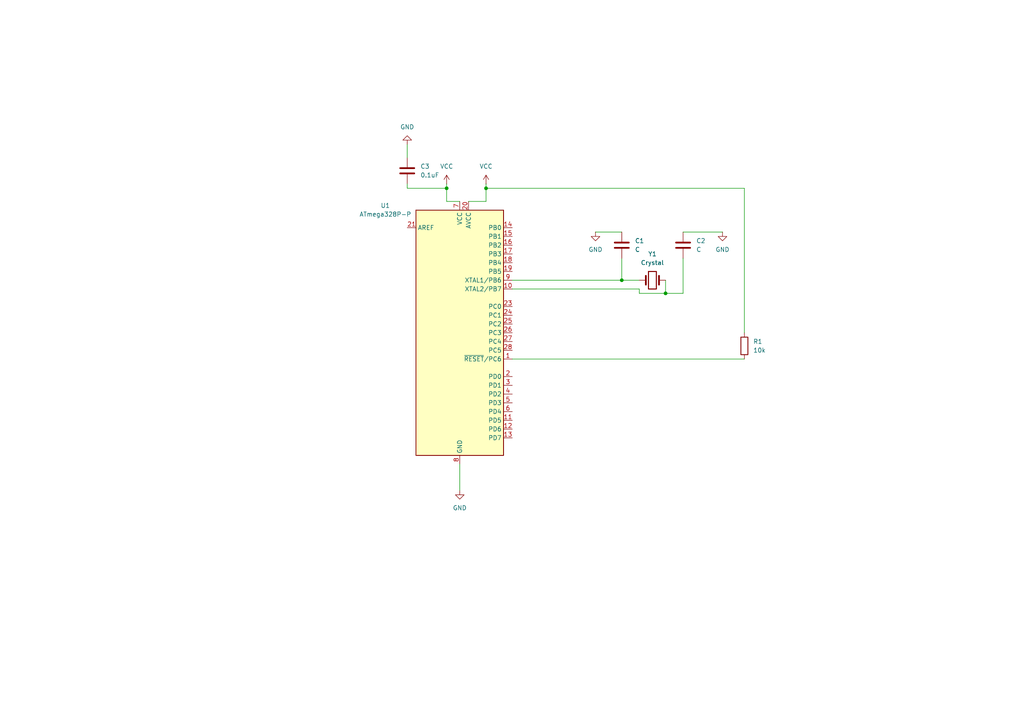
<source format=kicad_sch>
(kicad_sch
	(version 20250114)
	(generator "eeschema")
	(generator_version "9.0")
	(uuid "1ec59637-6bbb-41d3-b1b5-17e3d51e7a06")
	(paper "A4")
	(lib_symbols
		(symbol "Device:C"
			(pin_numbers
				(hide yes)
			)
			(pin_names
				(offset 0.254)
			)
			(exclude_from_sim no)
			(in_bom yes)
			(on_board yes)
			(property "Reference" "C"
				(at 0.635 2.54 0)
				(effects
					(font
						(size 1.27 1.27)
					)
					(justify left)
				)
			)
			(property "Value" "C"
				(at 0.635 -2.54 0)
				(effects
					(font
						(size 1.27 1.27)
					)
					(justify left)
				)
			)
			(property "Footprint" ""
				(at 0.9652 -3.81 0)
				(effects
					(font
						(size 1.27 1.27)
					)
					(hide yes)
				)
			)
			(property "Datasheet" "~"
				(at 0 0 0)
				(effects
					(font
						(size 1.27 1.27)
					)
					(hide yes)
				)
			)
			(property "Description" "Unpolarized capacitor"
				(at 0 0 0)
				(effects
					(font
						(size 1.27 1.27)
					)
					(hide yes)
				)
			)
			(property "ki_keywords" "cap capacitor"
				(at 0 0 0)
				(effects
					(font
						(size 1.27 1.27)
					)
					(hide yes)
				)
			)
			(property "ki_fp_filters" "C_*"
				(at 0 0 0)
				(effects
					(font
						(size 1.27 1.27)
					)
					(hide yes)
				)
			)
			(symbol "C_0_1"
				(polyline
					(pts
						(xy -2.032 0.762) (xy 2.032 0.762)
					)
					(stroke
						(width 0.508)
						(type default)
					)
					(fill
						(type none)
					)
				)
				(polyline
					(pts
						(xy -2.032 -0.762) (xy 2.032 -0.762)
					)
					(stroke
						(width 0.508)
						(type default)
					)
					(fill
						(type none)
					)
				)
			)
			(symbol "C_1_1"
				(pin passive line
					(at 0 3.81 270)
					(length 2.794)
					(name "~"
						(effects
							(font
								(size 1.27 1.27)
							)
						)
					)
					(number "1"
						(effects
							(font
								(size 1.27 1.27)
							)
						)
					)
				)
				(pin passive line
					(at 0 -3.81 90)
					(length 2.794)
					(name "~"
						(effects
							(font
								(size 1.27 1.27)
							)
						)
					)
					(number "2"
						(effects
							(font
								(size 1.27 1.27)
							)
						)
					)
				)
			)
			(embedded_fonts no)
		)
		(symbol "Device:Crystal"
			(pin_numbers
				(hide yes)
			)
			(pin_names
				(offset 1.016)
				(hide yes)
			)
			(exclude_from_sim no)
			(in_bom yes)
			(on_board yes)
			(property "Reference" "Y"
				(at 0 3.81 0)
				(effects
					(font
						(size 1.27 1.27)
					)
				)
			)
			(property "Value" "Crystal"
				(at 0 -3.81 0)
				(effects
					(font
						(size 1.27 1.27)
					)
				)
			)
			(property "Footprint" ""
				(at 0 0 0)
				(effects
					(font
						(size 1.27 1.27)
					)
					(hide yes)
				)
			)
			(property "Datasheet" "~"
				(at 0 0 0)
				(effects
					(font
						(size 1.27 1.27)
					)
					(hide yes)
				)
			)
			(property "Description" "Two pin crystal"
				(at 0 0 0)
				(effects
					(font
						(size 1.27 1.27)
					)
					(hide yes)
				)
			)
			(property "ki_keywords" "quartz ceramic resonator oscillator"
				(at 0 0 0)
				(effects
					(font
						(size 1.27 1.27)
					)
					(hide yes)
				)
			)
			(property "ki_fp_filters" "Crystal*"
				(at 0 0 0)
				(effects
					(font
						(size 1.27 1.27)
					)
					(hide yes)
				)
			)
			(symbol "Crystal_0_1"
				(polyline
					(pts
						(xy -2.54 0) (xy -1.905 0)
					)
					(stroke
						(width 0)
						(type default)
					)
					(fill
						(type none)
					)
				)
				(polyline
					(pts
						(xy -1.905 -1.27) (xy -1.905 1.27)
					)
					(stroke
						(width 0.508)
						(type default)
					)
					(fill
						(type none)
					)
				)
				(rectangle
					(start -1.143 2.54)
					(end 1.143 -2.54)
					(stroke
						(width 0.3048)
						(type default)
					)
					(fill
						(type none)
					)
				)
				(polyline
					(pts
						(xy 1.905 -1.27) (xy 1.905 1.27)
					)
					(stroke
						(width 0.508)
						(type default)
					)
					(fill
						(type none)
					)
				)
				(polyline
					(pts
						(xy 2.54 0) (xy 1.905 0)
					)
					(stroke
						(width 0)
						(type default)
					)
					(fill
						(type none)
					)
				)
			)
			(symbol "Crystal_1_1"
				(pin passive line
					(at -3.81 0 0)
					(length 1.27)
					(name "1"
						(effects
							(font
								(size 1.27 1.27)
							)
						)
					)
					(number "1"
						(effects
							(font
								(size 1.27 1.27)
							)
						)
					)
				)
				(pin passive line
					(at 3.81 0 180)
					(length 1.27)
					(name "2"
						(effects
							(font
								(size 1.27 1.27)
							)
						)
					)
					(number "2"
						(effects
							(font
								(size 1.27 1.27)
							)
						)
					)
				)
			)
			(embedded_fonts no)
		)
		(symbol "Device:R"
			(pin_numbers
				(hide yes)
			)
			(pin_names
				(offset 0)
			)
			(exclude_from_sim no)
			(in_bom yes)
			(on_board yes)
			(property "Reference" "R"
				(at 2.032 0 90)
				(effects
					(font
						(size 1.27 1.27)
					)
				)
			)
			(property "Value" "R"
				(at 0 0 90)
				(effects
					(font
						(size 1.27 1.27)
					)
				)
			)
			(property "Footprint" ""
				(at -1.778 0 90)
				(effects
					(font
						(size 1.27 1.27)
					)
					(hide yes)
				)
			)
			(property "Datasheet" "~"
				(at 0 0 0)
				(effects
					(font
						(size 1.27 1.27)
					)
					(hide yes)
				)
			)
			(property "Description" "Resistor"
				(at 0 0 0)
				(effects
					(font
						(size 1.27 1.27)
					)
					(hide yes)
				)
			)
			(property "ki_keywords" "R res resistor"
				(at 0 0 0)
				(effects
					(font
						(size 1.27 1.27)
					)
					(hide yes)
				)
			)
			(property "ki_fp_filters" "R_*"
				(at 0 0 0)
				(effects
					(font
						(size 1.27 1.27)
					)
					(hide yes)
				)
			)
			(symbol "R_0_1"
				(rectangle
					(start -1.016 -2.54)
					(end 1.016 2.54)
					(stroke
						(width 0.254)
						(type default)
					)
					(fill
						(type none)
					)
				)
			)
			(symbol "R_1_1"
				(pin passive line
					(at 0 3.81 270)
					(length 1.27)
					(name "~"
						(effects
							(font
								(size 1.27 1.27)
							)
						)
					)
					(number "1"
						(effects
							(font
								(size 1.27 1.27)
							)
						)
					)
				)
				(pin passive line
					(at 0 -3.81 90)
					(length 1.27)
					(name "~"
						(effects
							(font
								(size 1.27 1.27)
							)
						)
					)
					(number "2"
						(effects
							(font
								(size 1.27 1.27)
							)
						)
					)
				)
			)
			(embedded_fonts no)
		)
		(symbol "MCU_Microchip_ATmega:ATmega328P-P"
			(exclude_from_sim no)
			(in_bom yes)
			(on_board yes)
			(property "Reference" "U"
				(at -12.7 36.83 0)
				(effects
					(font
						(size 1.27 1.27)
					)
					(justify left bottom)
				)
			)
			(property "Value" "ATmega328P-P"
				(at 2.54 -36.83 0)
				(effects
					(font
						(size 1.27 1.27)
					)
					(justify left top)
				)
			)
			(property "Footprint" "Package_DIP:DIP-28_W7.62mm"
				(at 0 0 0)
				(effects
					(font
						(size 1.27 1.27)
						(italic yes)
					)
					(hide yes)
				)
			)
			(property "Datasheet" "http://ww1.microchip.com/downloads/en/DeviceDoc/ATmega328_P%20AVR%20MCU%20with%20picoPower%20Technology%20Data%20Sheet%2040001984A.pdf"
				(at 0 0 0)
				(effects
					(font
						(size 1.27 1.27)
					)
					(hide yes)
				)
			)
			(property "Description" "20MHz, 32kB Flash, 2kB SRAM, 1kB EEPROM, DIP-28"
				(at 0 0 0)
				(effects
					(font
						(size 1.27 1.27)
					)
					(hide yes)
				)
			)
			(property "ki_keywords" "AVR 8bit Microcontroller MegaAVR PicoPower"
				(at 0 0 0)
				(effects
					(font
						(size 1.27 1.27)
					)
					(hide yes)
				)
			)
			(property "ki_fp_filters" "DIP*W7.62mm*"
				(at 0 0 0)
				(effects
					(font
						(size 1.27 1.27)
					)
					(hide yes)
				)
			)
			(symbol "ATmega328P-P_0_1"
				(rectangle
					(start -12.7 -35.56)
					(end 12.7 35.56)
					(stroke
						(width 0.254)
						(type default)
					)
					(fill
						(type background)
					)
				)
			)
			(symbol "ATmega328P-P_1_1"
				(pin passive line
					(at -15.24 30.48 0)
					(length 2.54)
					(name "AREF"
						(effects
							(font
								(size 1.27 1.27)
							)
						)
					)
					(number "21"
						(effects
							(font
								(size 1.27 1.27)
							)
						)
					)
				)
				(pin power_in line
					(at 0 38.1 270)
					(length 2.54)
					(name "VCC"
						(effects
							(font
								(size 1.27 1.27)
							)
						)
					)
					(number "7"
						(effects
							(font
								(size 1.27 1.27)
							)
						)
					)
				)
				(pin passive line
					(at 0 -38.1 90)
					(length 2.54)
					(hide yes)
					(name "GND"
						(effects
							(font
								(size 1.27 1.27)
							)
						)
					)
					(number "22"
						(effects
							(font
								(size 1.27 1.27)
							)
						)
					)
				)
				(pin power_in line
					(at 0 -38.1 90)
					(length 2.54)
					(name "GND"
						(effects
							(font
								(size 1.27 1.27)
							)
						)
					)
					(number "8"
						(effects
							(font
								(size 1.27 1.27)
							)
						)
					)
				)
				(pin power_in line
					(at 2.54 38.1 270)
					(length 2.54)
					(name "AVCC"
						(effects
							(font
								(size 1.27 1.27)
							)
						)
					)
					(number "20"
						(effects
							(font
								(size 1.27 1.27)
							)
						)
					)
				)
				(pin bidirectional line
					(at 15.24 30.48 180)
					(length 2.54)
					(name "PB0"
						(effects
							(font
								(size 1.27 1.27)
							)
						)
					)
					(number "14"
						(effects
							(font
								(size 1.27 1.27)
							)
						)
					)
				)
				(pin bidirectional line
					(at 15.24 27.94 180)
					(length 2.54)
					(name "PB1"
						(effects
							(font
								(size 1.27 1.27)
							)
						)
					)
					(number "15"
						(effects
							(font
								(size 1.27 1.27)
							)
						)
					)
				)
				(pin bidirectional line
					(at 15.24 25.4 180)
					(length 2.54)
					(name "PB2"
						(effects
							(font
								(size 1.27 1.27)
							)
						)
					)
					(number "16"
						(effects
							(font
								(size 1.27 1.27)
							)
						)
					)
				)
				(pin bidirectional line
					(at 15.24 22.86 180)
					(length 2.54)
					(name "PB3"
						(effects
							(font
								(size 1.27 1.27)
							)
						)
					)
					(number "17"
						(effects
							(font
								(size 1.27 1.27)
							)
						)
					)
				)
				(pin bidirectional line
					(at 15.24 20.32 180)
					(length 2.54)
					(name "PB4"
						(effects
							(font
								(size 1.27 1.27)
							)
						)
					)
					(number "18"
						(effects
							(font
								(size 1.27 1.27)
							)
						)
					)
				)
				(pin bidirectional line
					(at 15.24 17.78 180)
					(length 2.54)
					(name "PB5"
						(effects
							(font
								(size 1.27 1.27)
							)
						)
					)
					(number "19"
						(effects
							(font
								(size 1.27 1.27)
							)
						)
					)
				)
				(pin bidirectional line
					(at 15.24 15.24 180)
					(length 2.54)
					(name "XTAL1/PB6"
						(effects
							(font
								(size 1.27 1.27)
							)
						)
					)
					(number "9"
						(effects
							(font
								(size 1.27 1.27)
							)
						)
					)
				)
				(pin bidirectional line
					(at 15.24 12.7 180)
					(length 2.54)
					(name "XTAL2/PB7"
						(effects
							(font
								(size 1.27 1.27)
							)
						)
					)
					(number "10"
						(effects
							(font
								(size 1.27 1.27)
							)
						)
					)
				)
				(pin bidirectional line
					(at 15.24 7.62 180)
					(length 2.54)
					(name "PC0"
						(effects
							(font
								(size 1.27 1.27)
							)
						)
					)
					(number "23"
						(effects
							(font
								(size 1.27 1.27)
							)
						)
					)
				)
				(pin bidirectional line
					(at 15.24 5.08 180)
					(length 2.54)
					(name "PC1"
						(effects
							(font
								(size 1.27 1.27)
							)
						)
					)
					(number "24"
						(effects
							(font
								(size 1.27 1.27)
							)
						)
					)
				)
				(pin bidirectional line
					(at 15.24 2.54 180)
					(length 2.54)
					(name "PC2"
						(effects
							(font
								(size 1.27 1.27)
							)
						)
					)
					(number "25"
						(effects
							(font
								(size 1.27 1.27)
							)
						)
					)
				)
				(pin bidirectional line
					(at 15.24 0 180)
					(length 2.54)
					(name "PC3"
						(effects
							(font
								(size 1.27 1.27)
							)
						)
					)
					(number "26"
						(effects
							(font
								(size 1.27 1.27)
							)
						)
					)
				)
				(pin bidirectional line
					(at 15.24 -2.54 180)
					(length 2.54)
					(name "PC4"
						(effects
							(font
								(size 1.27 1.27)
							)
						)
					)
					(number "27"
						(effects
							(font
								(size 1.27 1.27)
							)
						)
					)
				)
				(pin bidirectional line
					(at 15.24 -5.08 180)
					(length 2.54)
					(name "PC5"
						(effects
							(font
								(size 1.27 1.27)
							)
						)
					)
					(number "28"
						(effects
							(font
								(size 1.27 1.27)
							)
						)
					)
				)
				(pin bidirectional line
					(at 15.24 -7.62 180)
					(length 2.54)
					(name "~{RESET}/PC6"
						(effects
							(font
								(size 1.27 1.27)
							)
						)
					)
					(number "1"
						(effects
							(font
								(size 1.27 1.27)
							)
						)
					)
				)
				(pin bidirectional line
					(at 15.24 -12.7 180)
					(length 2.54)
					(name "PD0"
						(effects
							(font
								(size 1.27 1.27)
							)
						)
					)
					(number "2"
						(effects
							(font
								(size 1.27 1.27)
							)
						)
					)
				)
				(pin bidirectional line
					(at 15.24 -15.24 180)
					(length 2.54)
					(name "PD1"
						(effects
							(font
								(size 1.27 1.27)
							)
						)
					)
					(number "3"
						(effects
							(font
								(size 1.27 1.27)
							)
						)
					)
				)
				(pin bidirectional line
					(at 15.24 -17.78 180)
					(length 2.54)
					(name "PD2"
						(effects
							(font
								(size 1.27 1.27)
							)
						)
					)
					(number "4"
						(effects
							(font
								(size 1.27 1.27)
							)
						)
					)
				)
				(pin bidirectional line
					(at 15.24 -20.32 180)
					(length 2.54)
					(name "PD3"
						(effects
							(font
								(size 1.27 1.27)
							)
						)
					)
					(number "5"
						(effects
							(font
								(size 1.27 1.27)
							)
						)
					)
				)
				(pin bidirectional line
					(at 15.24 -22.86 180)
					(length 2.54)
					(name "PD4"
						(effects
							(font
								(size 1.27 1.27)
							)
						)
					)
					(number "6"
						(effects
							(font
								(size 1.27 1.27)
							)
						)
					)
				)
				(pin bidirectional line
					(at 15.24 -25.4 180)
					(length 2.54)
					(name "PD5"
						(effects
							(font
								(size 1.27 1.27)
							)
						)
					)
					(number "11"
						(effects
							(font
								(size 1.27 1.27)
							)
						)
					)
				)
				(pin bidirectional line
					(at 15.24 -27.94 180)
					(length 2.54)
					(name "PD6"
						(effects
							(font
								(size 1.27 1.27)
							)
						)
					)
					(number "12"
						(effects
							(font
								(size 1.27 1.27)
							)
						)
					)
				)
				(pin bidirectional line
					(at 15.24 -30.48 180)
					(length 2.54)
					(name "PD7"
						(effects
							(font
								(size 1.27 1.27)
							)
						)
					)
					(number "13"
						(effects
							(font
								(size 1.27 1.27)
							)
						)
					)
				)
			)
			(embedded_fonts no)
		)
		(symbol "power:GND"
			(power)
			(pin_numbers
				(hide yes)
			)
			(pin_names
				(offset 0)
				(hide yes)
			)
			(exclude_from_sim no)
			(in_bom yes)
			(on_board yes)
			(property "Reference" "#PWR"
				(at 0 -6.35 0)
				(effects
					(font
						(size 1.27 1.27)
					)
					(hide yes)
				)
			)
			(property "Value" "GND"
				(at 0 -3.81 0)
				(effects
					(font
						(size 1.27 1.27)
					)
				)
			)
			(property "Footprint" ""
				(at 0 0 0)
				(effects
					(font
						(size 1.27 1.27)
					)
					(hide yes)
				)
			)
			(property "Datasheet" ""
				(at 0 0 0)
				(effects
					(font
						(size 1.27 1.27)
					)
					(hide yes)
				)
			)
			(property "Description" "Power symbol creates a global label with name \"GND\" , ground"
				(at 0 0 0)
				(effects
					(font
						(size 1.27 1.27)
					)
					(hide yes)
				)
			)
			(property "ki_keywords" "global power"
				(at 0 0 0)
				(effects
					(font
						(size 1.27 1.27)
					)
					(hide yes)
				)
			)
			(symbol "GND_0_1"
				(polyline
					(pts
						(xy 0 0) (xy 0 -1.27) (xy 1.27 -1.27) (xy 0 -2.54) (xy -1.27 -1.27) (xy 0 -1.27)
					)
					(stroke
						(width 0)
						(type default)
					)
					(fill
						(type none)
					)
				)
			)
			(symbol "GND_1_1"
				(pin power_in line
					(at 0 0 270)
					(length 0)
					(name "~"
						(effects
							(font
								(size 1.27 1.27)
							)
						)
					)
					(number "1"
						(effects
							(font
								(size 1.27 1.27)
							)
						)
					)
				)
			)
			(embedded_fonts no)
		)
		(symbol "power:VCC"
			(power)
			(pin_numbers
				(hide yes)
			)
			(pin_names
				(offset 0)
				(hide yes)
			)
			(exclude_from_sim no)
			(in_bom yes)
			(on_board yes)
			(property "Reference" "#PWR"
				(at 0 -3.81 0)
				(effects
					(font
						(size 1.27 1.27)
					)
					(hide yes)
				)
			)
			(property "Value" "VCC"
				(at 0 3.556 0)
				(effects
					(font
						(size 1.27 1.27)
					)
				)
			)
			(property "Footprint" ""
				(at 0 0 0)
				(effects
					(font
						(size 1.27 1.27)
					)
					(hide yes)
				)
			)
			(property "Datasheet" ""
				(at 0 0 0)
				(effects
					(font
						(size 1.27 1.27)
					)
					(hide yes)
				)
			)
			(property "Description" "Power symbol creates a global label with name \"VCC\""
				(at 0 0 0)
				(effects
					(font
						(size 1.27 1.27)
					)
					(hide yes)
				)
			)
			(property "ki_keywords" "global power"
				(at 0 0 0)
				(effects
					(font
						(size 1.27 1.27)
					)
					(hide yes)
				)
			)
			(symbol "VCC_0_1"
				(polyline
					(pts
						(xy -0.762 1.27) (xy 0 2.54)
					)
					(stroke
						(width 0)
						(type default)
					)
					(fill
						(type none)
					)
				)
				(polyline
					(pts
						(xy 0 2.54) (xy 0.762 1.27)
					)
					(stroke
						(width 0)
						(type default)
					)
					(fill
						(type none)
					)
				)
				(polyline
					(pts
						(xy 0 0) (xy 0 2.54)
					)
					(stroke
						(width 0)
						(type default)
					)
					(fill
						(type none)
					)
				)
			)
			(symbol "VCC_1_1"
				(pin power_in line
					(at 0 0 90)
					(length 0)
					(name "~"
						(effects
							(font
								(size 1.27 1.27)
							)
						)
					)
					(number "1"
						(effects
							(font
								(size 1.27 1.27)
							)
						)
					)
				)
			)
			(embedded_fonts no)
		)
	)
	(junction
		(at 129.54 54.61)
		(diameter 0)
		(color 0 0 0 0)
		(uuid "2d9057dd-8168-44a7-993c-6944fecf0bb4")
	)
	(junction
		(at 140.97 54.61)
		(diameter 0)
		(color 0 0 0 0)
		(uuid "91558d57-26c2-4304-8f33-e990ef51bcab")
	)
	(junction
		(at 180.34 81.28)
		(diameter 0)
		(color 0 0 0 0)
		(uuid "b7175be6-d831-49a0-bf24-3815ae82ea0d")
	)
	(junction
		(at 193.04 85.09)
		(diameter 0)
		(color 0 0 0 0)
		(uuid "f2983680-efd3-4af3-aad6-b3b02d803470")
	)
	(wire
		(pts
			(xy 185.42 85.09) (xy 185.42 83.82)
		)
		(stroke
			(width 0)
			(type default)
		)
		(uuid "0adeb934-3080-44d9-8782-c9f17f09ec1d")
	)
	(wire
		(pts
			(xy 129.54 58.42) (xy 133.35 58.42)
		)
		(stroke
			(width 0)
			(type default)
		)
		(uuid "11d8d1d5-67c4-45ec-ae0d-8b300f91741f")
	)
	(wire
		(pts
			(xy 180.34 74.93) (xy 180.34 81.28)
		)
		(stroke
			(width 0)
			(type default)
		)
		(uuid "14acc557-c960-4ed9-a5ab-83d25ae70162")
	)
	(wire
		(pts
			(xy 193.04 81.28) (xy 193.04 85.09)
		)
		(stroke
			(width 0)
			(type default)
		)
		(uuid "2b57b4d7-3b0e-4138-a249-59a96b5b9905")
	)
	(wire
		(pts
			(xy 129.54 54.61) (xy 129.54 58.42)
		)
		(stroke
			(width 0)
			(type default)
		)
		(uuid "31d26703-d6e6-415d-a936-92b84dbd87f3")
	)
	(wire
		(pts
			(xy 198.12 74.93) (xy 198.12 85.09)
		)
		(stroke
			(width 0)
			(type default)
		)
		(uuid "325475a4-7ea3-4a12-b14a-4f3561f49894")
	)
	(wire
		(pts
			(xy 148.59 81.28) (xy 180.34 81.28)
		)
		(stroke
			(width 0)
			(type default)
		)
		(uuid "35540389-dd76-45a1-bc0f-0d1d4bcf0955")
	)
	(wire
		(pts
			(xy 198.12 85.09) (xy 193.04 85.09)
		)
		(stroke
			(width 0)
			(type default)
		)
		(uuid "488f8d05-fda6-43bc-b294-dd1b107ec6b2")
	)
	(wire
		(pts
			(xy 215.9 54.61) (xy 140.97 54.61)
		)
		(stroke
			(width 0)
			(type default)
		)
		(uuid "4e0ca0aa-9114-4a0e-975c-d464bb8e93a8")
	)
	(wire
		(pts
			(xy 215.9 96.52) (xy 215.9 54.61)
		)
		(stroke
			(width 0)
			(type default)
		)
		(uuid "59cad54e-fd50-43c3-9189-3c543612e429")
	)
	(wire
		(pts
			(xy 172.72 67.31) (xy 180.34 67.31)
		)
		(stroke
			(width 0)
			(type default)
		)
		(uuid "6edf685a-d497-4922-89f4-80ea53dab002")
	)
	(wire
		(pts
			(xy 118.11 41.91) (xy 118.11 45.72)
		)
		(stroke
			(width 0)
			(type default)
		)
		(uuid "797ee20c-f865-406c-9794-d4e4788171ee")
	)
	(wire
		(pts
			(xy 198.12 67.31) (xy 209.55 67.31)
		)
		(stroke
			(width 0)
			(type default)
		)
		(uuid "7a6f197f-cb35-4fd5-b3aa-5f4b9c7fb250")
	)
	(wire
		(pts
			(xy 140.97 53.34) (xy 140.97 54.61)
		)
		(stroke
			(width 0)
			(type default)
		)
		(uuid "802631e8-07aa-4849-8f41-844cfdbe998f")
	)
	(wire
		(pts
			(xy 118.11 54.61) (xy 129.54 54.61)
		)
		(stroke
			(width 0)
			(type default)
		)
		(uuid "8c95a7e1-df0b-489f-97cb-f82722f94aab")
	)
	(wire
		(pts
			(xy 129.54 53.34) (xy 129.54 54.61)
		)
		(stroke
			(width 0)
			(type default)
		)
		(uuid "8d346ed6-1357-4153-b56d-cce022c4a1e6")
	)
	(wire
		(pts
			(xy 140.97 54.61) (xy 140.97 58.42)
		)
		(stroke
			(width 0)
			(type default)
		)
		(uuid "8ed961f9-3cad-496a-ac77-d6258fafacac")
	)
	(wire
		(pts
			(xy 133.35 134.62) (xy 133.35 142.24)
		)
		(stroke
			(width 0)
			(type default)
		)
		(uuid "957f0707-16f3-48c0-b314-1b8478c6565c")
	)
	(wire
		(pts
			(xy 193.04 85.09) (xy 185.42 85.09)
		)
		(stroke
			(width 0)
			(type default)
		)
		(uuid "963924e3-2c80-470e-8e48-5a6b9cd65d24")
	)
	(wire
		(pts
			(xy 148.59 104.14) (xy 215.9 104.14)
		)
		(stroke
			(width 0)
			(type default)
		)
		(uuid "a523d65f-65ec-49c5-b540-f76a295ff851")
	)
	(wire
		(pts
			(xy 180.34 81.28) (xy 185.42 81.28)
		)
		(stroke
			(width 0)
			(type default)
		)
		(uuid "b9df1e66-8505-42d1-8216-e5d4b45cfbc5")
	)
	(wire
		(pts
			(xy 135.89 58.42) (xy 140.97 58.42)
		)
		(stroke
			(width 0)
			(type default)
		)
		(uuid "c6414ba3-918c-4513-bb8b-884830bcbec1")
	)
	(wire
		(pts
			(xy 118.11 53.34) (xy 118.11 54.61)
		)
		(stroke
			(width 0)
			(type default)
		)
		(uuid "db61ef44-d181-4a9d-9336-0e1b43786d7e")
	)
	(wire
		(pts
			(xy 148.59 83.82) (xy 185.42 83.82)
		)
		(stroke
			(width 0)
			(type default)
		)
		(uuid "dc0283f7-2fb8-4ad6-aadc-9ce7611ba540")
	)
	(symbol
		(lib_id "power:GND")
		(at 172.72 67.31 0)
		(unit 1)
		(exclude_from_sim no)
		(in_bom yes)
		(on_board yes)
		(dnp no)
		(fields_autoplaced yes)
		(uuid "00bf9fcd-3247-4ec5-92cb-2df274215b53")
		(property "Reference" "#PWR04"
			(at 172.72 73.66 0)
			(effects
				(font
					(size 1.27 1.27)
				)
				(hide yes)
			)
		)
		(property "Value" "GND"
			(at 172.72 72.39 0)
			(effects
				(font
					(size 1.27 1.27)
				)
			)
		)
		(property "Footprint" ""
			(at 172.72 67.31 0)
			(effects
				(font
					(size 1.27 1.27)
				)
				(hide yes)
			)
		)
		(property "Datasheet" ""
			(at 172.72 67.31 0)
			(effects
				(font
					(size 1.27 1.27)
				)
				(hide yes)
			)
		)
		(property "Description" "Power symbol creates a global label with name \"GND\" , ground"
			(at 172.72 67.31 0)
			(effects
				(font
					(size 1.27 1.27)
				)
				(hide yes)
			)
		)
		(pin "1"
			(uuid "6268c5ad-7be4-4991-9925-bca7dd329567")
		)
		(instances
			(project ""
				(path "/1ec59637-6bbb-41d3-b1b5-17e3d51e7a06"
					(reference "#PWR04")
					(unit 1)
				)
			)
		)
	)
	(symbol
		(lib_id "power:VCC")
		(at 140.97 53.34 0)
		(unit 1)
		(exclude_from_sim no)
		(in_bom yes)
		(on_board yes)
		(dnp no)
		(fields_autoplaced yes)
		(uuid "0fd5a1a4-3926-4aa8-8268-ffa9b7def79f")
		(property "Reference" "#PWR03"
			(at 140.97 57.15 0)
			(effects
				(font
					(size 1.27 1.27)
				)
				(hide yes)
			)
		)
		(property "Value" "VCC"
			(at 140.97 48.26 0)
			(effects
				(font
					(size 1.27 1.27)
				)
			)
		)
		(property "Footprint" ""
			(at 140.97 53.34 0)
			(effects
				(font
					(size 1.27 1.27)
				)
				(hide yes)
			)
		)
		(property "Datasheet" ""
			(at 140.97 53.34 0)
			(effects
				(font
					(size 1.27 1.27)
				)
				(hide yes)
			)
		)
		(property "Description" "Power symbol creates a global label with name \"VCC\""
			(at 140.97 53.34 0)
			(effects
				(font
					(size 1.27 1.27)
				)
				(hide yes)
			)
		)
		(pin "1"
			(uuid "6a99074d-0f12-42e4-93ba-8068982d4a1b")
		)
		(instances
			(project ""
				(path "/1ec59637-6bbb-41d3-b1b5-17e3d51e7a06"
					(reference "#PWR03")
					(unit 1)
				)
			)
		)
	)
	(symbol
		(lib_id "Device:C")
		(at 198.12 71.12 0)
		(unit 1)
		(exclude_from_sim no)
		(in_bom yes)
		(on_board yes)
		(dnp no)
		(fields_autoplaced yes)
		(uuid "221eb250-7edf-43b7-93f7-4827bd6cd46b")
		(property "Reference" "C2"
			(at 201.93 69.8499 0)
			(effects
				(font
					(size 1.27 1.27)
				)
				(justify left)
			)
		)
		(property "Value" "C"
			(at 201.93 72.3899 0)
			(effects
				(font
					(size 1.27 1.27)
				)
				(justify left)
			)
		)
		(property "Footprint" "Capacitor_THT:C_Disc_D5.0mm_W2.5mm_P2.50mm"
			(at 199.0852 74.93 0)
			(effects
				(font
					(size 1.27 1.27)
				)
				(hide yes)
			)
		)
		(property "Datasheet" "~"
			(at 198.12 71.12 0)
			(effects
				(font
					(size 1.27 1.27)
				)
				(hide yes)
			)
		)
		(property "Description" "Unpolarized capacitor"
			(at 198.12 71.12 0)
			(effects
				(font
					(size 1.27 1.27)
				)
				(hide yes)
			)
		)
		(pin "1"
			(uuid "73d5c5bd-ea8a-4323-ad79-600c8b68a8c9")
		)
		(pin "2"
			(uuid "7b552454-1586-48c1-bf86-7d5a637a05b8")
		)
		(instances
			(project ""
				(path "/1ec59637-6bbb-41d3-b1b5-17e3d51e7a06"
					(reference "C2")
					(unit 1)
				)
			)
		)
	)
	(symbol
		(lib_id "MCU_Microchip_ATmega:ATmega328P-P")
		(at 133.35 96.52 0)
		(unit 1)
		(exclude_from_sim no)
		(in_bom yes)
		(on_board yes)
		(dnp no)
		(fields_autoplaced yes)
		(uuid "35635469-7862-48f2-a892-66247a83cbdd")
		(property "Reference" "U1"
			(at 111.76 59.6198 0)
			(effects
				(font
					(size 1.27 1.27)
				)
			)
		)
		(property "Value" "ATmega328P-P"
			(at 111.76 62.1598 0)
			(effects
				(font
					(size 1.27 1.27)
				)
			)
		)
		(property "Footprint" "Package_DIP:DIP-28_W7.62mm"
			(at 133.35 96.52 0)
			(effects
				(font
					(size 1.27 1.27)
					(italic yes)
				)
				(hide yes)
			)
		)
		(property "Datasheet" "http://ww1.microchip.com/downloads/en/DeviceDoc/ATmega328_P%20AVR%20MCU%20with%20picoPower%20Technology%20Data%20Sheet%2040001984A.pdf"
			(at 133.35 96.52 0)
			(effects
				(font
					(size 1.27 1.27)
				)
				(hide yes)
			)
		)
		(property "Description" "20MHz, 32kB Flash, 2kB SRAM, 1kB EEPROM, DIP-28"
			(at 133.35 96.52 0)
			(effects
				(font
					(size 1.27 1.27)
				)
				(hide yes)
			)
		)
		(pin "21"
			(uuid "8e9272ee-0d11-4625-bf62-a0f4d1cc6c45")
		)
		(pin "7"
			(uuid "1f2844c4-3cbd-44e7-b48a-61d96aeb65e6")
		)
		(pin "22"
			(uuid "49c9f27d-2561-4ac0-a27f-5e5c67e2166f")
		)
		(pin "8"
			(uuid "63091488-f91f-4212-95ff-efa1808fa835")
		)
		(pin "3"
			(uuid "f37abcc5-900b-41b9-b371-c998576ed0a4")
		)
		(pin "19"
			(uuid "c7b2d264-9fca-4832-a93f-6e0850304194")
		)
		(pin "11"
			(uuid "aa5f4ada-c2e7-4652-a335-12fba919ced2")
		)
		(pin "13"
			(uuid "0accffe9-b1d7-4c9e-af59-1f9a7ee79ea2")
		)
		(pin "18"
			(uuid "7bb9f50f-83fd-48a6-b57b-21ec69453b68")
		)
		(pin "27"
			(uuid "fac24824-87b8-46e6-9c29-70a78858855a")
		)
		(pin "6"
			(uuid "3d281200-efc1-49bd-b04c-85db74d9ccab")
		)
		(pin "20"
			(uuid "cdb121e8-5a1e-4604-b502-4205f298dd13")
		)
		(pin "9"
			(uuid "6487b9a1-9453-4c73-9341-94982257c433")
		)
		(pin "24"
			(uuid "11e52da6-a514-44c1-8867-b519f9f896e7")
		)
		(pin "26"
			(uuid "e6a62597-a593-416c-b82b-ad503ed00790")
		)
		(pin "17"
			(uuid "342179a8-8473-44cf-94fb-8f947d95ff01")
		)
		(pin "16"
			(uuid "429571b1-b03c-4565-8f53-0e03064ad405")
		)
		(pin "10"
			(uuid "d62241c9-fbab-470d-8b2d-ebf4810895fd")
		)
		(pin "14"
			(uuid "3c25deaa-3437-482e-98d0-4579a3713d91")
		)
		(pin "25"
			(uuid "4450b6d5-42f1-42e7-862c-d85f3590e0f6")
		)
		(pin "15"
			(uuid "d7286ec5-e106-4775-857e-1b3be4ffa828")
		)
		(pin "28"
			(uuid "38b53c3d-47cf-4ac3-b63f-fb2ad58148b1")
		)
		(pin "1"
			(uuid "b6c3ed0d-f158-4daf-81e6-f58e96755a69")
		)
		(pin "23"
			(uuid "3b28ea65-5d48-4c9f-9f74-0eca908a6415")
		)
		(pin "2"
			(uuid "fc171bbc-79a6-47f0-9714-ee1741032fa9")
		)
		(pin "4"
			(uuid "b29da739-bff4-4bc2-aa86-f214869e610d")
		)
		(pin "5"
			(uuid "c7f12a92-cd9b-4eef-9fe5-9a91368a55ba")
		)
		(pin "12"
			(uuid "8ebe211b-5ef5-457f-97bf-3e731c33ce16")
		)
		(instances
			(project ""
				(path "/1ec59637-6bbb-41d3-b1b5-17e3d51e7a06"
					(reference "U1")
					(unit 1)
				)
			)
		)
	)
	(symbol
		(lib_id "power:VCC")
		(at 129.54 53.34 0)
		(unit 1)
		(exclude_from_sim no)
		(in_bom yes)
		(on_board yes)
		(dnp no)
		(fields_autoplaced yes)
		(uuid "7be8a472-9709-4a6b-a3e9-21c5bbf03ef4")
		(property "Reference" "#PWR01"
			(at 129.54 57.15 0)
			(effects
				(font
					(size 1.27 1.27)
				)
				(hide yes)
			)
		)
		(property "Value" "VCC"
			(at 129.54 48.26 0)
			(effects
				(font
					(size 1.27 1.27)
				)
			)
		)
		(property "Footprint" ""
			(at 129.54 53.34 0)
			(effects
				(font
					(size 1.27 1.27)
				)
				(hide yes)
			)
		)
		(property "Datasheet" ""
			(at 129.54 53.34 0)
			(effects
				(font
					(size 1.27 1.27)
				)
				(hide yes)
			)
		)
		(property "Description" "Power symbol creates a global label with name \"VCC\""
			(at 129.54 53.34 0)
			(effects
				(font
					(size 1.27 1.27)
				)
				(hide yes)
			)
		)
		(pin "1"
			(uuid "6b0b37fd-d14e-4569-a999-4773c0d135ed")
		)
		(instances
			(project ""
				(path "/1ec59637-6bbb-41d3-b1b5-17e3d51e7a06"
					(reference "#PWR01")
					(unit 1)
				)
			)
		)
	)
	(symbol
		(lib_id "Device:R")
		(at 215.9 100.33 0)
		(unit 1)
		(exclude_from_sim no)
		(in_bom yes)
		(on_board yes)
		(dnp no)
		(fields_autoplaced yes)
		(uuid "8bb50f11-81a0-4c61-be71-7ee2142c37d6")
		(property "Reference" "R1"
			(at 218.44 99.0599 0)
			(effects
				(font
					(size 1.27 1.27)
				)
				(justify left)
			)
		)
		(property "Value" "10k"
			(at 218.44 101.5999 0)
			(effects
				(font
					(size 1.27 1.27)
				)
				(justify left)
			)
		)
		(property "Footprint" "Resistor_THT:R_Axial_DIN0207_L6.3mm_D2.5mm_P7.62mm_Horizontal"
			(at 214.122 100.33 90)
			(effects
				(font
					(size 1.27 1.27)
				)
				(hide yes)
			)
		)
		(property "Datasheet" "~"
			(at 215.9 100.33 0)
			(effects
				(font
					(size 1.27 1.27)
				)
				(hide yes)
			)
		)
		(property "Description" "Resistor"
			(at 215.9 100.33 0)
			(effects
				(font
					(size 1.27 1.27)
				)
				(hide yes)
			)
		)
		(pin "1"
			(uuid "c001ce61-35f7-4221-88d9-e76915c70d02")
		)
		(pin "2"
			(uuid "3acf1a7c-4018-4c45-bdc3-d4adbc4f977a")
		)
		(instances
			(project ""
				(path "/1ec59637-6bbb-41d3-b1b5-17e3d51e7a06"
					(reference "R1")
					(unit 1)
				)
			)
		)
	)
	(symbol
		(lib_id "Device:C")
		(at 180.34 71.12 0)
		(unit 1)
		(exclude_from_sim no)
		(in_bom yes)
		(on_board yes)
		(dnp no)
		(fields_autoplaced yes)
		(uuid "8f2b7177-2681-453e-b55e-fb8b6f0852aa")
		(property "Reference" "C1"
			(at 184.15 69.8499 0)
			(effects
				(font
					(size 1.27 1.27)
				)
				(justify left)
			)
		)
		(property "Value" "C"
			(at 184.15 72.3899 0)
			(effects
				(font
					(size 1.27 1.27)
				)
				(justify left)
			)
		)
		(property "Footprint" "Capacitor_THT:C_Disc_D5.0mm_W2.5mm_P2.50mm"
			(at 181.3052 74.93 0)
			(effects
				(font
					(size 1.27 1.27)
				)
				(hide yes)
			)
		)
		(property "Datasheet" "~"
			(at 180.34 71.12 0)
			(effects
				(font
					(size 1.27 1.27)
				)
				(hide yes)
			)
		)
		(property "Description" "Unpolarized capacitor"
			(at 180.34 71.12 0)
			(effects
				(font
					(size 1.27 1.27)
				)
				(hide yes)
			)
		)
		(pin "2"
			(uuid "c40bc0d4-055f-4bdf-891a-0433a879fa6a")
		)
		(pin "1"
			(uuid "bd45cf6c-d377-4a1f-a16d-9e40d28f9cac")
		)
		(instances
			(project ""
				(path "/1ec59637-6bbb-41d3-b1b5-17e3d51e7a06"
					(reference "C1")
					(unit 1)
				)
			)
		)
	)
	(symbol
		(lib_id "power:GND")
		(at 133.35 142.24 0)
		(unit 1)
		(exclude_from_sim no)
		(in_bom yes)
		(on_board yes)
		(dnp no)
		(fields_autoplaced yes)
		(uuid "a5799d97-7104-4e06-a266-903886af2bde")
		(property "Reference" "#PWR02"
			(at 133.35 148.59 0)
			(effects
				(font
					(size 1.27 1.27)
				)
				(hide yes)
			)
		)
		(property "Value" "GND"
			(at 133.35 147.32 0)
			(effects
				(font
					(size 1.27 1.27)
				)
			)
		)
		(property "Footprint" ""
			(at 133.35 142.24 0)
			(effects
				(font
					(size 1.27 1.27)
				)
				(hide yes)
			)
		)
		(property "Datasheet" ""
			(at 133.35 142.24 0)
			(effects
				(font
					(size 1.27 1.27)
				)
				(hide yes)
			)
		)
		(property "Description" "Power symbol creates a global label with name \"GND\" , ground"
			(at 133.35 142.24 0)
			(effects
				(font
					(size 1.27 1.27)
				)
				(hide yes)
			)
		)
		(pin "1"
			(uuid "4bdfb364-456b-4e36-8522-a93983558415")
		)
		(instances
			(project ""
				(path "/1ec59637-6bbb-41d3-b1b5-17e3d51e7a06"
					(reference "#PWR02")
					(unit 1)
				)
			)
		)
	)
	(symbol
		(lib_id "Device:Crystal")
		(at 189.23 81.28 0)
		(unit 1)
		(exclude_from_sim no)
		(in_bom yes)
		(on_board yes)
		(dnp no)
		(fields_autoplaced yes)
		(uuid "b28186f1-eb01-403a-9108-4a72ba79541b")
		(property "Reference" "Y1"
			(at 189.23 73.66 0)
			(effects
				(font
					(size 1.27 1.27)
				)
			)
		)
		(property "Value" "Crystal"
			(at 189.23 76.2 0)
			(effects
				(font
					(size 1.27 1.27)
				)
			)
		)
		(property "Footprint" "Crystal:Crystal_HC49-U_Vertical"
			(at 189.23 81.28 0)
			(effects
				(font
					(size 1.27 1.27)
				)
				(hide yes)
			)
		)
		(property "Datasheet" "~"
			(at 189.23 81.28 0)
			(effects
				(font
					(size 1.27 1.27)
				)
				(hide yes)
			)
		)
		(property "Description" "Two pin crystal"
			(at 189.23 81.28 0)
			(effects
				(font
					(size 1.27 1.27)
				)
				(hide yes)
			)
		)
		(pin "1"
			(uuid "bcda603e-de5e-4dd1-83b3-691f97c45b5d")
		)
		(pin "2"
			(uuid "b6a1b616-9d96-4d79-84b7-093f4043411d")
		)
		(instances
			(project ""
				(path "/1ec59637-6bbb-41d3-b1b5-17e3d51e7a06"
					(reference "Y1")
					(unit 1)
				)
			)
		)
	)
	(symbol
		(lib_id "Device:C")
		(at 118.11 49.53 0)
		(unit 1)
		(exclude_from_sim no)
		(in_bom yes)
		(on_board yes)
		(dnp no)
		(fields_autoplaced yes)
		(uuid "d455b615-bada-41f8-bc6f-47430afafaea")
		(property "Reference" "C3"
			(at 121.92 48.2599 0)
			(effects
				(font
					(size 1.27 1.27)
				)
				(justify left)
			)
		)
		(property "Value" "0.1uF"
			(at 121.92 50.7999 0)
			(effects
				(font
					(size 1.27 1.27)
				)
				(justify left)
			)
		)
		(property "Footprint" "Capacitor_THT:C_Disc_D5.0mm_W2.5mm_P2.50mm"
			(at 119.0752 53.34 0)
			(effects
				(font
					(size 1.27 1.27)
				)
				(hide yes)
			)
		)
		(property "Datasheet" "~"
			(at 118.11 49.53 0)
			(effects
				(font
					(size 1.27 1.27)
				)
				(hide yes)
			)
		)
		(property "Description" "Unpolarized capacitor"
			(at 118.11 49.53 0)
			(effects
				(font
					(size 1.27 1.27)
				)
				(hide yes)
			)
		)
		(pin "1"
			(uuid "020201d2-0ca5-43dd-b74f-37b126182d04")
		)
		(pin "2"
			(uuid "45c65b74-44b8-478e-ba23-1ac2fdaa68cf")
		)
		(instances
			(project ""
				(path "/1ec59637-6bbb-41d3-b1b5-17e3d51e7a06"
					(reference "C3")
					(unit 1)
				)
			)
		)
	)
	(symbol
		(lib_id "power:GND")
		(at 209.55 67.31 0)
		(unit 1)
		(exclude_from_sim no)
		(in_bom yes)
		(on_board yes)
		(dnp no)
		(fields_autoplaced yes)
		(uuid "d6ad99f0-5f18-4785-bdca-557fbe8e677b")
		(property "Reference" "#PWR05"
			(at 209.55 73.66 0)
			(effects
				(font
					(size 1.27 1.27)
				)
				(hide yes)
			)
		)
		(property "Value" "GND"
			(at 209.55 72.39 0)
			(effects
				(font
					(size 1.27 1.27)
				)
			)
		)
		(property "Footprint" ""
			(at 209.55 67.31 0)
			(effects
				(font
					(size 1.27 1.27)
				)
				(hide yes)
			)
		)
		(property "Datasheet" ""
			(at 209.55 67.31 0)
			(effects
				(font
					(size 1.27 1.27)
				)
				(hide yes)
			)
		)
		(property "Description" "Power symbol creates a global label with name \"GND\" , ground"
			(at 209.55 67.31 0)
			(effects
				(font
					(size 1.27 1.27)
				)
				(hide yes)
			)
		)
		(pin "1"
			(uuid "460534c3-b6d6-49bf-9907-15db0d421184")
		)
		(instances
			(project ""
				(path "/1ec59637-6bbb-41d3-b1b5-17e3d51e7a06"
					(reference "#PWR05")
					(unit 1)
				)
			)
		)
	)
	(symbol
		(lib_id "power:GND")
		(at 118.11 41.91 0)
		(mirror x)
		(unit 1)
		(exclude_from_sim no)
		(in_bom yes)
		(on_board yes)
		(dnp no)
		(fields_autoplaced yes)
		(uuid "db191fe1-17c1-4349-b363-3bb03f82826e")
		(property "Reference" "#PWR06"
			(at 118.11 35.56 0)
			(effects
				(font
					(size 1.27 1.27)
				)
				(hide yes)
			)
		)
		(property "Value" "GND"
			(at 118.11 36.83 0)
			(effects
				(font
					(size 1.27 1.27)
				)
			)
		)
		(property "Footprint" ""
			(at 118.11 41.91 0)
			(effects
				(font
					(size 1.27 1.27)
				)
				(hide yes)
			)
		)
		(property "Datasheet" ""
			(at 118.11 41.91 0)
			(effects
				(font
					(size 1.27 1.27)
				)
				(hide yes)
			)
		)
		(property "Description" "Power symbol creates a global label with name \"GND\" , ground"
			(at 118.11 41.91 0)
			(effects
				(font
					(size 1.27 1.27)
				)
				(hide yes)
			)
		)
		(pin "1"
			(uuid "33cfa406-0404-4f52-a763-2d45ff70fcbf")
		)
		(instances
			(project ""
				(path "/1ec59637-6bbb-41d3-b1b5-17e3d51e7a06"
					(reference "#PWR06")
					(unit 1)
				)
			)
		)
	)
	(sheet_instances
		(path "/"
			(page "1")
		)
	)
	(embedded_fonts no)
)

</source>
